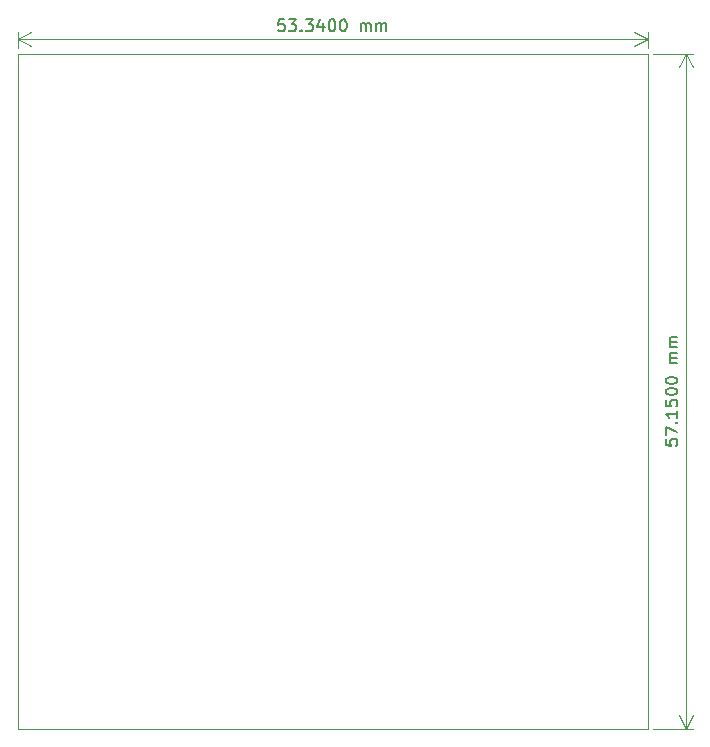
<source format=gbr>
%TF.GenerationSoftware,KiCad,Pcbnew,7.0.7*%
%TF.CreationDate,2023-09-12T23:31:05-05:00*%
%TF.ProjectId,Temps_North_DCT_HSK,54656d70-735f-44e6-9f72-74685f444354,B*%
%TF.SameCoordinates,Original*%
%TF.FileFunction,Profile,NP*%
%FSLAX46Y46*%
G04 Gerber Fmt 4.6, Leading zero omitted, Abs format (unit mm)*
G04 Created by KiCad (PCBNEW 7.0.7) date 2023-09-12 23:31:05*
%MOMM*%
%LPD*%
G01*
G04 APERTURE LIST*
%ADD10C,0.150000*%
%TA.AperFunction,Profile*%
%ADD11C,0.100000*%
%TD*%
G04 APERTURE END LIST*
D10*
X114014762Y-44092419D02*
X113538572Y-44092419D01*
X113538572Y-44092419D02*
X113490953Y-44568609D01*
X113490953Y-44568609D02*
X113538572Y-44520990D01*
X113538572Y-44520990D02*
X113633810Y-44473371D01*
X113633810Y-44473371D02*
X113871905Y-44473371D01*
X113871905Y-44473371D02*
X113967143Y-44520990D01*
X113967143Y-44520990D02*
X114014762Y-44568609D01*
X114014762Y-44568609D02*
X114062381Y-44663847D01*
X114062381Y-44663847D02*
X114062381Y-44901942D01*
X114062381Y-44901942D02*
X114014762Y-44997180D01*
X114014762Y-44997180D02*
X113967143Y-45044800D01*
X113967143Y-45044800D02*
X113871905Y-45092419D01*
X113871905Y-45092419D02*
X113633810Y-45092419D01*
X113633810Y-45092419D02*
X113538572Y-45044800D01*
X113538572Y-45044800D02*
X113490953Y-44997180D01*
X114395715Y-44092419D02*
X115014762Y-44092419D01*
X115014762Y-44092419D02*
X114681429Y-44473371D01*
X114681429Y-44473371D02*
X114824286Y-44473371D01*
X114824286Y-44473371D02*
X114919524Y-44520990D01*
X114919524Y-44520990D02*
X114967143Y-44568609D01*
X114967143Y-44568609D02*
X115014762Y-44663847D01*
X115014762Y-44663847D02*
X115014762Y-44901942D01*
X115014762Y-44901942D02*
X114967143Y-44997180D01*
X114967143Y-44997180D02*
X114919524Y-45044800D01*
X114919524Y-45044800D02*
X114824286Y-45092419D01*
X114824286Y-45092419D02*
X114538572Y-45092419D01*
X114538572Y-45092419D02*
X114443334Y-45044800D01*
X114443334Y-45044800D02*
X114395715Y-44997180D01*
X115443334Y-44997180D02*
X115490953Y-45044800D01*
X115490953Y-45044800D02*
X115443334Y-45092419D01*
X115443334Y-45092419D02*
X115395715Y-45044800D01*
X115395715Y-45044800D02*
X115443334Y-44997180D01*
X115443334Y-44997180D02*
X115443334Y-45092419D01*
X115824286Y-44092419D02*
X116443333Y-44092419D01*
X116443333Y-44092419D02*
X116110000Y-44473371D01*
X116110000Y-44473371D02*
X116252857Y-44473371D01*
X116252857Y-44473371D02*
X116348095Y-44520990D01*
X116348095Y-44520990D02*
X116395714Y-44568609D01*
X116395714Y-44568609D02*
X116443333Y-44663847D01*
X116443333Y-44663847D02*
X116443333Y-44901942D01*
X116443333Y-44901942D02*
X116395714Y-44997180D01*
X116395714Y-44997180D02*
X116348095Y-45044800D01*
X116348095Y-45044800D02*
X116252857Y-45092419D01*
X116252857Y-45092419D02*
X115967143Y-45092419D01*
X115967143Y-45092419D02*
X115871905Y-45044800D01*
X115871905Y-45044800D02*
X115824286Y-44997180D01*
X117300476Y-44425752D02*
X117300476Y-45092419D01*
X117062381Y-44044800D02*
X116824286Y-44759085D01*
X116824286Y-44759085D02*
X117443333Y-44759085D01*
X118014762Y-44092419D02*
X118110000Y-44092419D01*
X118110000Y-44092419D02*
X118205238Y-44140038D01*
X118205238Y-44140038D02*
X118252857Y-44187657D01*
X118252857Y-44187657D02*
X118300476Y-44282895D01*
X118300476Y-44282895D02*
X118348095Y-44473371D01*
X118348095Y-44473371D02*
X118348095Y-44711466D01*
X118348095Y-44711466D02*
X118300476Y-44901942D01*
X118300476Y-44901942D02*
X118252857Y-44997180D01*
X118252857Y-44997180D02*
X118205238Y-45044800D01*
X118205238Y-45044800D02*
X118110000Y-45092419D01*
X118110000Y-45092419D02*
X118014762Y-45092419D01*
X118014762Y-45092419D02*
X117919524Y-45044800D01*
X117919524Y-45044800D02*
X117871905Y-44997180D01*
X117871905Y-44997180D02*
X117824286Y-44901942D01*
X117824286Y-44901942D02*
X117776667Y-44711466D01*
X117776667Y-44711466D02*
X117776667Y-44473371D01*
X117776667Y-44473371D02*
X117824286Y-44282895D01*
X117824286Y-44282895D02*
X117871905Y-44187657D01*
X117871905Y-44187657D02*
X117919524Y-44140038D01*
X117919524Y-44140038D02*
X118014762Y-44092419D01*
X118967143Y-44092419D02*
X119062381Y-44092419D01*
X119062381Y-44092419D02*
X119157619Y-44140038D01*
X119157619Y-44140038D02*
X119205238Y-44187657D01*
X119205238Y-44187657D02*
X119252857Y-44282895D01*
X119252857Y-44282895D02*
X119300476Y-44473371D01*
X119300476Y-44473371D02*
X119300476Y-44711466D01*
X119300476Y-44711466D02*
X119252857Y-44901942D01*
X119252857Y-44901942D02*
X119205238Y-44997180D01*
X119205238Y-44997180D02*
X119157619Y-45044800D01*
X119157619Y-45044800D02*
X119062381Y-45092419D01*
X119062381Y-45092419D02*
X118967143Y-45092419D01*
X118967143Y-45092419D02*
X118871905Y-45044800D01*
X118871905Y-45044800D02*
X118824286Y-44997180D01*
X118824286Y-44997180D02*
X118776667Y-44901942D01*
X118776667Y-44901942D02*
X118729048Y-44711466D01*
X118729048Y-44711466D02*
X118729048Y-44473371D01*
X118729048Y-44473371D02*
X118776667Y-44282895D01*
X118776667Y-44282895D02*
X118824286Y-44187657D01*
X118824286Y-44187657D02*
X118871905Y-44140038D01*
X118871905Y-44140038D02*
X118967143Y-44092419D01*
X120490953Y-45092419D02*
X120490953Y-44425752D01*
X120490953Y-44520990D02*
X120538572Y-44473371D01*
X120538572Y-44473371D02*
X120633810Y-44425752D01*
X120633810Y-44425752D02*
X120776667Y-44425752D01*
X120776667Y-44425752D02*
X120871905Y-44473371D01*
X120871905Y-44473371D02*
X120919524Y-44568609D01*
X120919524Y-44568609D02*
X120919524Y-45092419D01*
X120919524Y-44568609D02*
X120967143Y-44473371D01*
X120967143Y-44473371D02*
X121062381Y-44425752D01*
X121062381Y-44425752D02*
X121205238Y-44425752D01*
X121205238Y-44425752D02*
X121300477Y-44473371D01*
X121300477Y-44473371D02*
X121348096Y-44568609D01*
X121348096Y-44568609D02*
X121348096Y-45092419D01*
X121824286Y-45092419D02*
X121824286Y-44425752D01*
X121824286Y-44520990D02*
X121871905Y-44473371D01*
X121871905Y-44473371D02*
X121967143Y-44425752D01*
X121967143Y-44425752D02*
X122110000Y-44425752D01*
X122110000Y-44425752D02*
X122205238Y-44473371D01*
X122205238Y-44473371D02*
X122252857Y-44568609D01*
X122252857Y-44568609D02*
X122252857Y-45092419D01*
X122252857Y-44568609D02*
X122300476Y-44473371D01*
X122300476Y-44473371D02*
X122395714Y-44425752D01*
X122395714Y-44425752D02*
X122538571Y-44425752D01*
X122538571Y-44425752D02*
X122633810Y-44473371D01*
X122633810Y-44473371D02*
X122681429Y-44568609D01*
X122681429Y-44568609D02*
X122681429Y-45092419D01*
D11*
X91440000Y-46490000D02*
X91440000Y-45201180D01*
X144780000Y-46490000D02*
X144780000Y-45201180D01*
X91440000Y-45787600D02*
X144780000Y-45787600D01*
X91440000Y-45787600D02*
X144780000Y-45787600D01*
X91440000Y-45787600D02*
X92566504Y-45201179D01*
X91440000Y-45787600D02*
X92566504Y-46374021D01*
X144780000Y-45787600D02*
X143653496Y-46374021D01*
X144780000Y-45787600D02*
X143653496Y-45201179D01*
D10*
X146312219Y-79660237D02*
X146312219Y-80136427D01*
X146312219Y-80136427D02*
X146788409Y-80184046D01*
X146788409Y-80184046D02*
X146740790Y-80136427D01*
X146740790Y-80136427D02*
X146693171Y-80041189D01*
X146693171Y-80041189D02*
X146693171Y-79803094D01*
X146693171Y-79803094D02*
X146740790Y-79707856D01*
X146740790Y-79707856D02*
X146788409Y-79660237D01*
X146788409Y-79660237D02*
X146883647Y-79612618D01*
X146883647Y-79612618D02*
X147121742Y-79612618D01*
X147121742Y-79612618D02*
X147216980Y-79660237D01*
X147216980Y-79660237D02*
X147264600Y-79707856D01*
X147264600Y-79707856D02*
X147312219Y-79803094D01*
X147312219Y-79803094D02*
X147312219Y-80041189D01*
X147312219Y-80041189D02*
X147264600Y-80136427D01*
X147264600Y-80136427D02*
X147216980Y-80184046D01*
X146312219Y-79279284D02*
X146312219Y-78612618D01*
X146312219Y-78612618D02*
X147312219Y-79041189D01*
X147216980Y-78231665D02*
X147264600Y-78184046D01*
X147264600Y-78184046D02*
X147312219Y-78231665D01*
X147312219Y-78231665D02*
X147264600Y-78279284D01*
X147264600Y-78279284D02*
X147216980Y-78231665D01*
X147216980Y-78231665D02*
X147312219Y-78231665D01*
X147312219Y-77231666D02*
X147312219Y-77803094D01*
X147312219Y-77517380D02*
X146312219Y-77517380D01*
X146312219Y-77517380D02*
X146455076Y-77612618D01*
X146455076Y-77612618D02*
X146550314Y-77707856D01*
X146550314Y-77707856D02*
X146597933Y-77803094D01*
X146312219Y-76326904D02*
X146312219Y-76803094D01*
X146312219Y-76803094D02*
X146788409Y-76850713D01*
X146788409Y-76850713D02*
X146740790Y-76803094D01*
X146740790Y-76803094D02*
X146693171Y-76707856D01*
X146693171Y-76707856D02*
X146693171Y-76469761D01*
X146693171Y-76469761D02*
X146740790Y-76374523D01*
X146740790Y-76374523D02*
X146788409Y-76326904D01*
X146788409Y-76326904D02*
X146883647Y-76279285D01*
X146883647Y-76279285D02*
X147121742Y-76279285D01*
X147121742Y-76279285D02*
X147216980Y-76326904D01*
X147216980Y-76326904D02*
X147264600Y-76374523D01*
X147264600Y-76374523D02*
X147312219Y-76469761D01*
X147312219Y-76469761D02*
X147312219Y-76707856D01*
X147312219Y-76707856D02*
X147264600Y-76803094D01*
X147264600Y-76803094D02*
X147216980Y-76850713D01*
X146312219Y-75660237D02*
X146312219Y-75564999D01*
X146312219Y-75564999D02*
X146359838Y-75469761D01*
X146359838Y-75469761D02*
X146407457Y-75422142D01*
X146407457Y-75422142D02*
X146502695Y-75374523D01*
X146502695Y-75374523D02*
X146693171Y-75326904D01*
X146693171Y-75326904D02*
X146931266Y-75326904D01*
X146931266Y-75326904D02*
X147121742Y-75374523D01*
X147121742Y-75374523D02*
X147216980Y-75422142D01*
X147216980Y-75422142D02*
X147264600Y-75469761D01*
X147264600Y-75469761D02*
X147312219Y-75564999D01*
X147312219Y-75564999D02*
X147312219Y-75660237D01*
X147312219Y-75660237D02*
X147264600Y-75755475D01*
X147264600Y-75755475D02*
X147216980Y-75803094D01*
X147216980Y-75803094D02*
X147121742Y-75850713D01*
X147121742Y-75850713D02*
X146931266Y-75898332D01*
X146931266Y-75898332D02*
X146693171Y-75898332D01*
X146693171Y-75898332D02*
X146502695Y-75850713D01*
X146502695Y-75850713D02*
X146407457Y-75803094D01*
X146407457Y-75803094D02*
X146359838Y-75755475D01*
X146359838Y-75755475D02*
X146312219Y-75660237D01*
X146312219Y-74707856D02*
X146312219Y-74612618D01*
X146312219Y-74612618D02*
X146359838Y-74517380D01*
X146359838Y-74517380D02*
X146407457Y-74469761D01*
X146407457Y-74469761D02*
X146502695Y-74422142D01*
X146502695Y-74422142D02*
X146693171Y-74374523D01*
X146693171Y-74374523D02*
X146931266Y-74374523D01*
X146931266Y-74374523D02*
X147121742Y-74422142D01*
X147121742Y-74422142D02*
X147216980Y-74469761D01*
X147216980Y-74469761D02*
X147264600Y-74517380D01*
X147264600Y-74517380D02*
X147312219Y-74612618D01*
X147312219Y-74612618D02*
X147312219Y-74707856D01*
X147312219Y-74707856D02*
X147264600Y-74803094D01*
X147264600Y-74803094D02*
X147216980Y-74850713D01*
X147216980Y-74850713D02*
X147121742Y-74898332D01*
X147121742Y-74898332D02*
X146931266Y-74945951D01*
X146931266Y-74945951D02*
X146693171Y-74945951D01*
X146693171Y-74945951D02*
X146502695Y-74898332D01*
X146502695Y-74898332D02*
X146407457Y-74850713D01*
X146407457Y-74850713D02*
X146359838Y-74803094D01*
X146359838Y-74803094D02*
X146312219Y-74707856D01*
X147312219Y-73184046D02*
X146645552Y-73184046D01*
X146740790Y-73184046D02*
X146693171Y-73136427D01*
X146693171Y-73136427D02*
X146645552Y-73041189D01*
X146645552Y-73041189D02*
X146645552Y-72898332D01*
X146645552Y-72898332D02*
X146693171Y-72803094D01*
X146693171Y-72803094D02*
X146788409Y-72755475D01*
X146788409Y-72755475D02*
X147312219Y-72755475D01*
X146788409Y-72755475D02*
X146693171Y-72707856D01*
X146693171Y-72707856D02*
X146645552Y-72612618D01*
X146645552Y-72612618D02*
X146645552Y-72469761D01*
X146645552Y-72469761D02*
X146693171Y-72374522D01*
X146693171Y-72374522D02*
X146788409Y-72326903D01*
X146788409Y-72326903D02*
X147312219Y-72326903D01*
X147312219Y-71850713D02*
X146645552Y-71850713D01*
X146740790Y-71850713D02*
X146693171Y-71803094D01*
X146693171Y-71803094D02*
X146645552Y-71707856D01*
X146645552Y-71707856D02*
X146645552Y-71564999D01*
X146645552Y-71564999D02*
X146693171Y-71469761D01*
X146693171Y-71469761D02*
X146788409Y-71422142D01*
X146788409Y-71422142D02*
X147312219Y-71422142D01*
X146788409Y-71422142D02*
X146693171Y-71374523D01*
X146693171Y-71374523D02*
X146645552Y-71279285D01*
X146645552Y-71279285D02*
X146645552Y-71136428D01*
X146645552Y-71136428D02*
X146693171Y-71041189D01*
X146693171Y-71041189D02*
X146788409Y-70993570D01*
X146788409Y-70993570D02*
X147312219Y-70993570D01*
D11*
X145280000Y-46990000D02*
X148593820Y-46990000D01*
X145280000Y-104140000D02*
X148593820Y-104140000D01*
X148007400Y-46990000D02*
X148007400Y-104140000D01*
X148007400Y-46990000D02*
X148007400Y-104140000D01*
X148007400Y-46990000D02*
X148593821Y-48116504D01*
X148007400Y-46990000D02*
X147420979Y-48116504D01*
X148007400Y-104140000D02*
X147420979Y-103013496D01*
X148007400Y-104140000D02*
X148593821Y-103013496D01*
X91440000Y-46990000D02*
X144780000Y-46990000D01*
X144780000Y-104140000D01*
X91440000Y-104140000D01*
X91440000Y-46990000D01*
M02*

</source>
